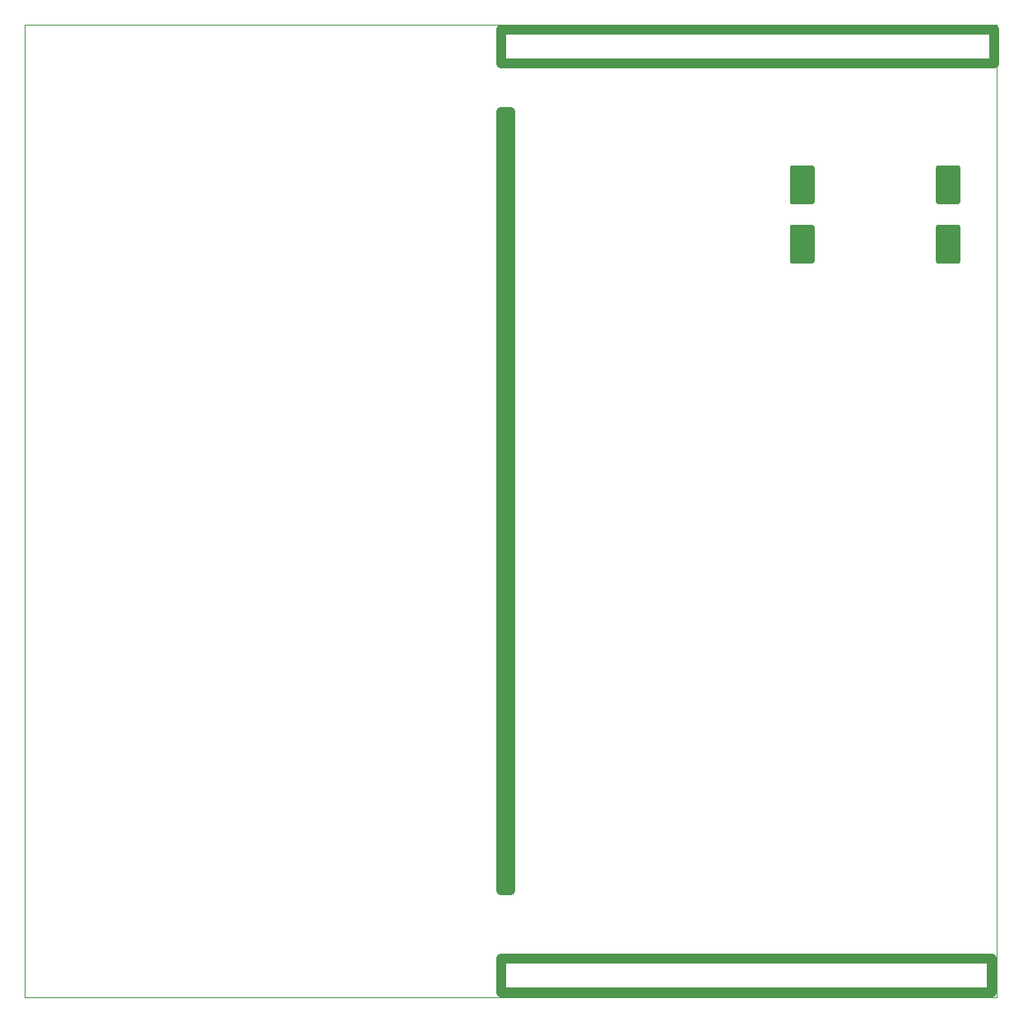
<source format=gbr>
%TF.GenerationSoftware,KiCad,Pcbnew,(5.1.0)-1*%
%TF.CreationDate,2019-09-28T12:36:14+02:00*%
%TF.ProjectId,KicadJE_AteOhAte,4b696361-644a-4455-9f41-74654f684174,rev?*%
%TF.SameCoordinates,Original*%
%TF.FileFunction,Paste,Top*%
%TF.FilePolarity,Positive*%
%FSLAX46Y46*%
G04 Gerber Fmt 4.6, Leading zero omitted, Abs format (unit mm)*
G04 Created by KiCad (PCBNEW (5.1.0)-1) date 2019-09-28 12:36:14*
%MOMM*%
%LPD*%
G04 APERTURE LIST*
%ADD10C,1.000000*%
%ADD11C,0.050000*%
%ADD12C,0.150000*%
%ADD13C,2.500000*%
G04 APERTURE END LIST*
D10*
X149750000Y-50500000D02*
X149750000Y-54000000D01*
X99000000Y-50500000D02*
X99000000Y-54000000D01*
X99000000Y-54000000D02*
X149750000Y-54000000D01*
X99000000Y-50500000D02*
X149750000Y-50500000D01*
X99000000Y-146000000D02*
X149500000Y-146000000D01*
X99000000Y-149500000D02*
X149500000Y-149500000D01*
X149500000Y-146000000D02*
X149500000Y-149500000D01*
X99000000Y-146000000D02*
X99000000Y-149500000D01*
X99000000Y-59000000D02*
X100000000Y-59000000D01*
X99000000Y-139000000D02*
X100000000Y-139000000D01*
X100000000Y-59000000D02*
X100000000Y-139000000D01*
X99000000Y-59000000D02*
X99000000Y-139000000D01*
D11*
X50000000Y-150000000D02*
X50000000Y-50000000D01*
X150000000Y-150000000D02*
X50000000Y-150000000D01*
X150000000Y-50000000D02*
X150000000Y-150000000D01*
X50000000Y-50000000D02*
X150000000Y-50000000D01*
D12*
G36*
X131024504Y-70551204D02*
G01*
X131048773Y-70554804D01*
X131072571Y-70560765D01*
X131095671Y-70569030D01*
X131117849Y-70579520D01*
X131138893Y-70592133D01*
X131158598Y-70606747D01*
X131176777Y-70623223D01*
X131193253Y-70641402D01*
X131207867Y-70661107D01*
X131220480Y-70682151D01*
X131230970Y-70704329D01*
X131239235Y-70727429D01*
X131245196Y-70751227D01*
X131248796Y-70775496D01*
X131250000Y-70800000D01*
X131250000Y-74300000D01*
X131248796Y-74324504D01*
X131245196Y-74348773D01*
X131239235Y-74372571D01*
X131230970Y-74395671D01*
X131220480Y-74417849D01*
X131207867Y-74438893D01*
X131193253Y-74458598D01*
X131176777Y-74476777D01*
X131158598Y-74493253D01*
X131138893Y-74507867D01*
X131117849Y-74520480D01*
X131095671Y-74530970D01*
X131072571Y-74539235D01*
X131048773Y-74545196D01*
X131024504Y-74548796D01*
X131000000Y-74550000D01*
X129000000Y-74550000D01*
X128975496Y-74548796D01*
X128951227Y-74545196D01*
X128927429Y-74539235D01*
X128904329Y-74530970D01*
X128882151Y-74520480D01*
X128861107Y-74507867D01*
X128841402Y-74493253D01*
X128823223Y-74476777D01*
X128806747Y-74458598D01*
X128792133Y-74438893D01*
X128779520Y-74417849D01*
X128769030Y-74395671D01*
X128760765Y-74372571D01*
X128754804Y-74348773D01*
X128751204Y-74324504D01*
X128750000Y-74300000D01*
X128750000Y-70800000D01*
X128751204Y-70775496D01*
X128754804Y-70751227D01*
X128760765Y-70727429D01*
X128769030Y-70704329D01*
X128779520Y-70682151D01*
X128792133Y-70661107D01*
X128806747Y-70641402D01*
X128823223Y-70623223D01*
X128841402Y-70606747D01*
X128861107Y-70592133D01*
X128882151Y-70579520D01*
X128904329Y-70569030D01*
X128927429Y-70560765D01*
X128951227Y-70554804D01*
X128975496Y-70551204D01*
X129000000Y-70550000D01*
X131000000Y-70550000D01*
X131024504Y-70551204D01*
X131024504Y-70551204D01*
G37*
D13*
X130000000Y-72550000D03*
D12*
G36*
X131024504Y-64451204D02*
G01*
X131048773Y-64454804D01*
X131072571Y-64460765D01*
X131095671Y-64469030D01*
X131117849Y-64479520D01*
X131138893Y-64492133D01*
X131158598Y-64506747D01*
X131176777Y-64523223D01*
X131193253Y-64541402D01*
X131207867Y-64561107D01*
X131220480Y-64582151D01*
X131230970Y-64604329D01*
X131239235Y-64627429D01*
X131245196Y-64651227D01*
X131248796Y-64675496D01*
X131250000Y-64700000D01*
X131250000Y-68200000D01*
X131248796Y-68224504D01*
X131245196Y-68248773D01*
X131239235Y-68272571D01*
X131230970Y-68295671D01*
X131220480Y-68317849D01*
X131207867Y-68338893D01*
X131193253Y-68358598D01*
X131176777Y-68376777D01*
X131158598Y-68393253D01*
X131138893Y-68407867D01*
X131117849Y-68420480D01*
X131095671Y-68430970D01*
X131072571Y-68439235D01*
X131048773Y-68445196D01*
X131024504Y-68448796D01*
X131000000Y-68450000D01*
X129000000Y-68450000D01*
X128975496Y-68448796D01*
X128951227Y-68445196D01*
X128927429Y-68439235D01*
X128904329Y-68430970D01*
X128882151Y-68420480D01*
X128861107Y-68407867D01*
X128841402Y-68393253D01*
X128823223Y-68376777D01*
X128806747Y-68358598D01*
X128792133Y-68338893D01*
X128779520Y-68317849D01*
X128769030Y-68295671D01*
X128760765Y-68272571D01*
X128754804Y-68248773D01*
X128751204Y-68224504D01*
X128750000Y-68200000D01*
X128750000Y-64700000D01*
X128751204Y-64675496D01*
X128754804Y-64651227D01*
X128760765Y-64627429D01*
X128769030Y-64604329D01*
X128779520Y-64582151D01*
X128792133Y-64561107D01*
X128806747Y-64541402D01*
X128823223Y-64523223D01*
X128841402Y-64506747D01*
X128861107Y-64492133D01*
X128882151Y-64479520D01*
X128904329Y-64469030D01*
X128927429Y-64460765D01*
X128951227Y-64454804D01*
X128975496Y-64451204D01*
X129000000Y-64450000D01*
X131000000Y-64450000D01*
X131024504Y-64451204D01*
X131024504Y-64451204D01*
G37*
D13*
X130000000Y-66450000D03*
D12*
G36*
X146024504Y-64451204D02*
G01*
X146048773Y-64454804D01*
X146072571Y-64460765D01*
X146095671Y-64469030D01*
X146117849Y-64479520D01*
X146138893Y-64492133D01*
X146158598Y-64506747D01*
X146176777Y-64523223D01*
X146193253Y-64541402D01*
X146207867Y-64561107D01*
X146220480Y-64582151D01*
X146230970Y-64604329D01*
X146239235Y-64627429D01*
X146245196Y-64651227D01*
X146248796Y-64675496D01*
X146250000Y-64700000D01*
X146250000Y-68200000D01*
X146248796Y-68224504D01*
X146245196Y-68248773D01*
X146239235Y-68272571D01*
X146230970Y-68295671D01*
X146220480Y-68317849D01*
X146207867Y-68338893D01*
X146193253Y-68358598D01*
X146176777Y-68376777D01*
X146158598Y-68393253D01*
X146138893Y-68407867D01*
X146117849Y-68420480D01*
X146095671Y-68430970D01*
X146072571Y-68439235D01*
X146048773Y-68445196D01*
X146024504Y-68448796D01*
X146000000Y-68450000D01*
X144000000Y-68450000D01*
X143975496Y-68448796D01*
X143951227Y-68445196D01*
X143927429Y-68439235D01*
X143904329Y-68430970D01*
X143882151Y-68420480D01*
X143861107Y-68407867D01*
X143841402Y-68393253D01*
X143823223Y-68376777D01*
X143806747Y-68358598D01*
X143792133Y-68338893D01*
X143779520Y-68317849D01*
X143769030Y-68295671D01*
X143760765Y-68272571D01*
X143754804Y-68248773D01*
X143751204Y-68224504D01*
X143750000Y-68200000D01*
X143750000Y-64700000D01*
X143751204Y-64675496D01*
X143754804Y-64651227D01*
X143760765Y-64627429D01*
X143769030Y-64604329D01*
X143779520Y-64582151D01*
X143792133Y-64561107D01*
X143806747Y-64541402D01*
X143823223Y-64523223D01*
X143841402Y-64506747D01*
X143861107Y-64492133D01*
X143882151Y-64479520D01*
X143904329Y-64469030D01*
X143927429Y-64460765D01*
X143951227Y-64454804D01*
X143975496Y-64451204D01*
X144000000Y-64450000D01*
X146000000Y-64450000D01*
X146024504Y-64451204D01*
X146024504Y-64451204D01*
G37*
D13*
X145000000Y-66450000D03*
D12*
G36*
X146024504Y-70551204D02*
G01*
X146048773Y-70554804D01*
X146072571Y-70560765D01*
X146095671Y-70569030D01*
X146117849Y-70579520D01*
X146138893Y-70592133D01*
X146158598Y-70606747D01*
X146176777Y-70623223D01*
X146193253Y-70641402D01*
X146207867Y-70661107D01*
X146220480Y-70682151D01*
X146230970Y-70704329D01*
X146239235Y-70727429D01*
X146245196Y-70751227D01*
X146248796Y-70775496D01*
X146250000Y-70800000D01*
X146250000Y-74300000D01*
X146248796Y-74324504D01*
X146245196Y-74348773D01*
X146239235Y-74372571D01*
X146230970Y-74395671D01*
X146220480Y-74417849D01*
X146207867Y-74438893D01*
X146193253Y-74458598D01*
X146176777Y-74476777D01*
X146158598Y-74493253D01*
X146138893Y-74507867D01*
X146117849Y-74520480D01*
X146095671Y-74530970D01*
X146072571Y-74539235D01*
X146048773Y-74545196D01*
X146024504Y-74548796D01*
X146000000Y-74550000D01*
X144000000Y-74550000D01*
X143975496Y-74548796D01*
X143951227Y-74545196D01*
X143927429Y-74539235D01*
X143904329Y-74530970D01*
X143882151Y-74520480D01*
X143861107Y-74507867D01*
X143841402Y-74493253D01*
X143823223Y-74476777D01*
X143806747Y-74458598D01*
X143792133Y-74438893D01*
X143779520Y-74417849D01*
X143769030Y-74395671D01*
X143760765Y-74372571D01*
X143754804Y-74348773D01*
X143751204Y-74324504D01*
X143750000Y-74300000D01*
X143750000Y-70800000D01*
X143751204Y-70775496D01*
X143754804Y-70751227D01*
X143760765Y-70727429D01*
X143769030Y-70704329D01*
X143779520Y-70682151D01*
X143792133Y-70661107D01*
X143806747Y-70641402D01*
X143823223Y-70623223D01*
X143841402Y-70606747D01*
X143861107Y-70592133D01*
X143882151Y-70579520D01*
X143904329Y-70569030D01*
X143927429Y-70560765D01*
X143951227Y-70554804D01*
X143975496Y-70551204D01*
X144000000Y-70550000D01*
X146000000Y-70550000D01*
X146024504Y-70551204D01*
X146024504Y-70551204D01*
G37*
D13*
X145000000Y-72550000D03*
M02*

</source>
